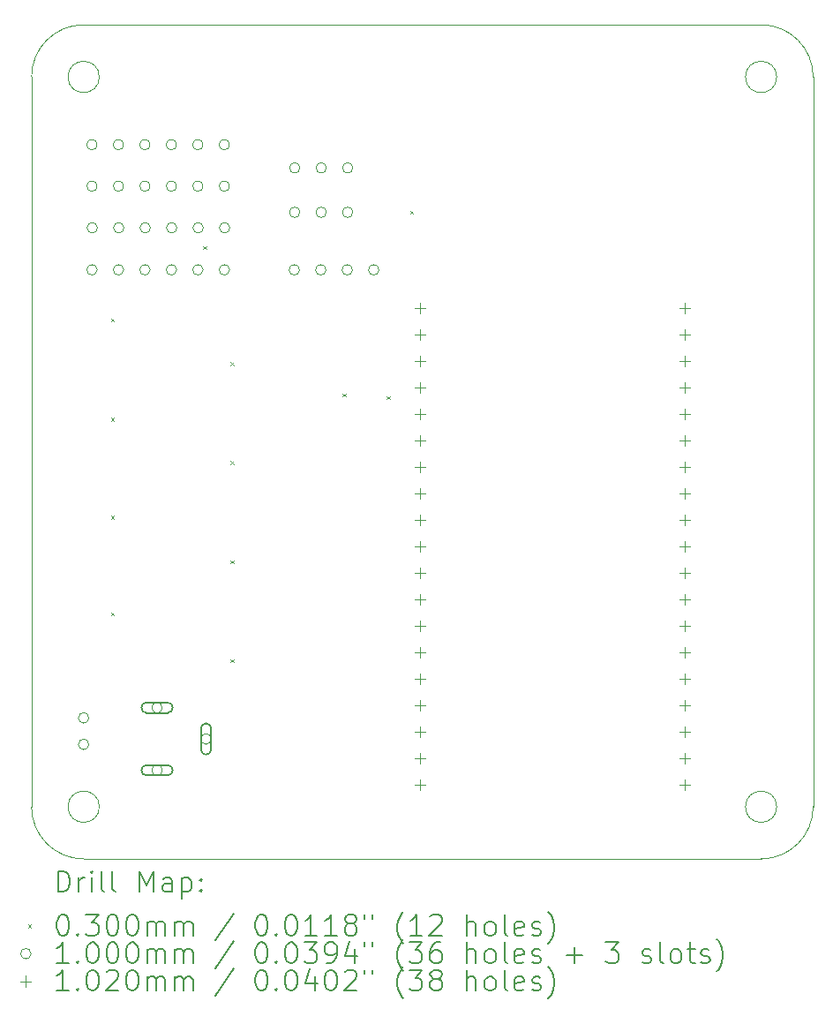
<source format=gbr>
%TF.GenerationSoftware,KiCad,Pcbnew,(6.0.9)*%
%TF.CreationDate,2023-05-03T14:40:23+10:00*%
%TF.ProjectId,Proj D,50726f6a-2044-42e6-9b69-6361645f7063,rev?*%
%TF.SameCoordinates,Original*%
%TF.FileFunction,Drillmap*%
%TF.FilePolarity,Positive*%
%FSLAX45Y45*%
G04 Gerber Fmt 4.5, Leading zero omitted, Abs format (unit mm)*
G04 Created by KiCad (PCBNEW (6.0.9)) date 2023-05-03 14:40:23*
%MOMM*%
%LPD*%
G01*
G04 APERTURE LIST*
%ADD10C,0.100000*%
%ADD11C,0.200000*%
%ADD12C,0.030000*%
%ADD13C,0.102000*%
G04 APERTURE END LIST*
D10*
X17500000Y-14500000D02*
X11000000Y-14500000D01*
X17650000Y-14000000D02*
G75*
G03*
X17650000Y-14000000I-150000J0D01*
G01*
X10500000Y-14000000D02*
G75*
G03*
X11000000Y-14500000I500000J0D01*
G01*
X18000000Y-7000000D02*
G75*
G03*
X17500000Y-6500000I-500000J0D01*
G01*
X11150000Y-7000000D02*
G75*
G03*
X11150000Y-7000000I-150000J0D01*
G01*
X18000000Y-7000000D02*
X18000000Y-14000000D01*
X10500000Y-14000000D02*
X10500000Y-7000000D01*
X17500000Y-14500000D02*
G75*
G03*
X18000000Y-14000000I0J500000D01*
G01*
X17650000Y-7000000D02*
G75*
G03*
X17650000Y-7000000I-150000J0D01*
G01*
X11000000Y-6500000D02*
G75*
G03*
X10500000Y-7000000I0J-500000D01*
G01*
X11150000Y-14000000D02*
G75*
G03*
X11150000Y-14000000I-150000J0D01*
G01*
X11000000Y-6500000D02*
X17500000Y-6500000D01*
D11*
D12*
X11260000Y-9318125D02*
X11290000Y-9348125D01*
X11290000Y-9318125D02*
X11260000Y-9348125D01*
X11260000Y-10268125D02*
X11290000Y-10298125D01*
X11290000Y-10268125D02*
X11260000Y-10298125D01*
X11260000Y-11210000D02*
X11290000Y-11240000D01*
X11290000Y-11210000D02*
X11260000Y-11240000D01*
X11260000Y-12135000D02*
X11290000Y-12165000D01*
X11290000Y-12135000D02*
X11260000Y-12165000D01*
X12148730Y-8621270D02*
X12178730Y-8651270D01*
X12178730Y-8621270D02*
X12148730Y-8651270D01*
X12408770Y-12583770D02*
X12438770Y-12613770D01*
X12438770Y-12583770D02*
X12408770Y-12613770D01*
X12410000Y-9735000D02*
X12440000Y-9765000D01*
X12440000Y-9735000D02*
X12410000Y-9765000D01*
X12410000Y-10685000D02*
X12440000Y-10715000D01*
X12440000Y-10685000D02*
X12410000Y-10715000D01*
X12410000Y-11635000D02*
X12440000Y-11665000D01*
X12440000Y-11635000D02*
X12410000Y-11665000D01*
X13485000Y-10035000D02*
X13515000Y-10065000D01*
X13515000Y-10035000D02*
X13485000Y-10065000D01*
X13910000Y-10060000D02*
X13940000Y-10090000D01*
X13940000Y-10060000D02*
X13910000Y-10090000D01*
X14132500Y-8282500D02*
X14162500Y-8312500D01*
X14162500Y-8282500D02*
X14132500Y-8312500D01*
D10*
X11050000Y-13147500D02*
G75*
G03*
X11050000Y-13147500I-50000J0D01*
G01*
X11050000Y-13401500D02*
G75*
G03*
X11050000Y-13401500I-50000J0D01*
G01*
X11130000Y-7650000D02*
G75*
G03*
X11130000Y-7650000I-50000J0D01*
G01*
X11130000Y-8047500D02*
G75*
G03*
X11130000Y-8047500I-50000J0D01*
G01*
X11130000Y-8850000D02*
G75*
G03*
X11130000Y-8850000I-50000J0D01*
G01*
X11132500Y-8447500D02*
G75*
G03*
X11132500Y-8447500I-50000J0D01*
G01*
X11384000Y-7650000D02*
G75*
G03*
X11384000Y-7650000I-50000J0D01*
G01*
X11384000Y-8047500D02*
G75*
G03*
X11384000Y-8047500I-50000J0D01*
G01*
X11384000Y-8850000D02*
G75*
G03*
X11384000Y-8850000I-50000J0D01*
G01*
X11386500Y-8447500D02*
G75*
G03*
X11386500Y-8447500I-50000J0D01*
G01*
X11638000Y-7650000D02*
G75*
G03*
X11638000Y-7650000I-50000J0D01*
G01*
X11638000Y-8047500D02*
G75*
G03*
X11638000Y-8047500I-50000J0D01*
G01*
X11638000Y-8850000D02*
G75*
G03*
X11638000Y-8850000I-50000J0D01*
G01*
X11640500Y-8447500D02*
G75*
G03*
X11640500Y-8447500I-50000J0D01*
G01*
X11754250Y-13050000D02*
G75*
G03*
X11754250Y-13050000I-50000J0D01*
G01*
D11*
X11604250Y-13100000D02*
X11804250Y-13100000D01*
X11604250Y-13000000D02*
X11804250Y-13000000D01*
X11804250Y-13100000D02*
G75*
G03*
X11804250Y-13000000I0J50000D01*
G01*
X11604250Y-13000000D02*
G75*
G03*
X11604250Y-13100000I0J-50000D01*
G01*
D10*
X11754250Y-13650000D02*
G75*
G03*
X11754250Y-13650000I-50000J0D01*
G01*
D11*
X11604250Y-13700000D02*
X11804250Y-13700000D01*
X11604250Y-13600000D02*
X11804250Y-13600000D01*
X11804250Y-13700000D02*
G75*
G03*
X11804250Y-13600000I0J50000D01*
G01*
X11604250Y-13600000D02*
G75*
G03*
X11604250Y-13700000I0J-50000D01*
G01*
D10*
X11892000Y-7650000D02*
G75*
G03*
X11892000Y-7650000I-50000J0D01*
G01*
X11892000Y-8047500D02*
G75*
G03*
X11892000Y-8047500I-50000J0D01*
G01*
X11892000Y-8850000D02*
G75*
G03*
X11892000Y-8850000I-50000J0D01*
G01*
X11894500Y-8447500D02*
G75*
G03*
X11894500Y-8447500I-50000J0D01*
G01*
X12146000Y-7650000D02*
G75*
G03*
X12146000Y-7650000I-50000J0D01*
G01*
X12146000Y-8047500D02*
G75*
G03*
X12146000Y-8047500I-50000J0D01*
G01*
X12146000Y-8850000D02*
G75*
G03*
X12146000Y-8850000I-50000J0D01*
G01*
X12148500Y-8447500D02*
G75*
G03*
X12148500Y-8447500I-50000J0D01*
G01*
X12224250Y-13350000D02*
G75*
G03*
X12224250Y-13350000I-50000J0D01*
G01*
D11*
X12224250Y-13450000D02*
X12224250Y-13250000D01*
X12124250Y-13450000D02*
X12124250Y-13250000D01*
X12224250Y-13250000D02*
G75*
G03*
X12124250Y-13250000I-50000J0D01*
G01*
X12124250Y-13450000D02*
G75*
G03*
X12224250Y-13450000I50000J0D01*
G01*
D10*
X12400000Y-7650000D02*
G75*
G03*
X12400000Y-7650000I-50000J0D01*
G01*
X12400000Y-8047500D02*
G75*
G03*
X12400000Y-8047500I-50000J0D01*
G01*
X12400000Y-8850000D02*
G75*
G03*
X12400000Y-8850000I-50000J0D01*
G01*
X12402500Y-8447500D02*
G75*
G03*
X12402500Y-8447500I-50000J0D01*
G01*
X13071000Y-8850000D02*
G75*
G03*
X13071000Y-8850000I-50000J0D01*
G01*
X13075000Y-7872500D02*
G75*
G03*
X13075000Y-7872500I-50000J0D01*
G01*
X13075000Y-8297500D02*
G75*
G03*
X13075000Y-8297500I-50000J0D01*
G01*
X13325000Y-8850000D02*
G75*
G03*
X13325000Y-8850000I-50000J0D01*
G01*
X13329000Y-7872500D02*
G75*
G03*
X13329000Y-7872500I-50000J0D01*
G01*
X13329000Y-8297500D02*
G75*
G03*
X13329000Y-8297500I-50000J0D01*
G01*
X13579000Y-8850000D02*
G75*
G03*
X13579000Y-8850000I-50000J0D01*
G01*
X13583000Y-7872500D02*
G75*
G03*
X13583000Y-7872500I-50000J0D01*
G01*
X13583000Y-8297500D02*
G75*
G03*
X13583000Y-8297500I-50000J0D01*
G01*
X13833000Y-8850000D02*
G75*
G03*
X13833000Y-8850000I-50000J0D01*
G01*
D13*
X14230000Y-9164000D02*
X14230000Y-9266000D01*
X14179000Y-9215000D02*
X14281000Y-9215000D01*
X14230000Y-9418000D02*
X14230000Y-9520000D01*
X14179000Y-9469000D02*
X14281000Y-9469000D01*
X14230000Y-9672000D02*
X14230000Y-9774000D01*
X14179000Y-9723000D02*
X14281000Y-9723000D01*
X14230000Y-9926000D02*
X14230000Y-10028000D01*
X14179000Y-9977000D02*
X14281000Y-9977000D01*
X14230000Y-10180000D02*
X14230000Y-10282000D01*
X14179000Y-10231000D02*
X14281000Y-10231000D01*
X14230000Y-10434000D02*
X14230000Y-10536000D01*
X14179000Y-10485000D02*
X14281000Y-10485000D01*
X14230000Y-10688000D02*
X14230000Y-10790000D01*
X14179000Y-10739000D02*
X14281000Y-10739000D01*
X14230000Y-10942000D02*
X14230000Y-11044000D01*
X14179000Y-10993000D02*
X14281000Y-10993000D01*
X14230000Y-11196000D02*
X14230000Y-11298000D01*
X14179000Y-11247000D02*
X14281000Y-11247000D01*
X14230000Y-11450000D02*
X14230000Y-11552000D01*
X14179000Y-11501000D02*
X14281000Y-11501000D01*
X14230000Y-11704000D02*
X14230000Y-11806000D01*
X14179000Y-11755000D02*
X14281000Y-11755000D01*
X14230000Y-11958000D02*
X14230000Y-12060000D01*
X14179000Y-12009000D02*
X14281000Y-12009000D01*
X14230000Y-12212000D02*
X14230000Y-12314000D01*
X14179000Y-12263000D02*
X14281000Y-12263000D01*
X14230000Y-12466000D02*
X14230000Y-12568000D01*
X14179000Y-12517000D02*
X14281000Y-12517000D01*
X14230000Y-12720000D02*
X14230000Y-12822000D01*
X14179000Y-12771000D02*
X14281000Y-12771000D01*
X14230000Y-12974000D02*
X14230000Y-13076000D01*
X14179000Y-13025000D02*
X14281000Y-13025000D01*
X14230000Y-13228000D02*
X14230000Y-13330000D01*
X14179000Y-13279000D02*
X14281000Y-13279000D01*
X14230000Y-13482000D02*
X14230000Y-13584000D01*
X14179000Y-13533000D02*
X14281000Y-13533000D01*
X14230000Y-13736000D02*
X14230000Y-13838000D01*
X14179000Y-13787000D02*
X14281000Y-13787000D01*
X16770000Y-9164000D02*
X16770000Y-9266000D01*
X16719000Y-9215000D02*
X16821000Y-9215000D01*
X16770000Y-9418000D02*
X16770000Y-9520000D01*
X16719000Y-9469000D02*
X16821000Y-9469000D01*
X16770000Y-9672000D02*
X16770000Y-9774000D01*
X16719000Y-9723000D02*
X16821000Y-9723000D01*
X16770000Y-9926000D02*
X16770000Y-10028000D01*
X16719000Y-9977000D02*
X16821000Y-9977000D01*
X16770000Y-10180000D02*
X16770000Y-10282000D01*
X16719000Y-10231000D02*
X16821000Y-10231000D01*
X16770000Y-10434000D02*
X16770000Y-10536000D01*
X16719000Y-10485000D02*
X16821000Y-10485000D01*
X16770000Y-10688000D02*
X16770000Y-10790000D01*
X16719000Y-10739000D02*
X16821000Y-10739000D01*
X16770000Y-10942000D02*
X16770000Y-11044000D01*
X16719000Y-10993000D02*
X16821000Y-10993000D01*
X16770000Y-11196000D02*
X16770000Y-11298000D01*
X16719000Y-11247000D02*
X16821000Y-11247000D01*
X16770000Y-11450000D02*
X16770000Y-11552000D01*
X16719000Y-11501000D02*
X16821000Y-11501000D01*
X16770000Y-11704000D02*
X16770000Y-11806000D01*
X16719000Y-11755000D02*
X16821000Y-11755000D01*
X16770000Y-11958000D02*
X16770000Y-12060000D01*
X16719000Y-12009000D02*
X16821000Y-12009000D01*
X16770000Y-12212000D02*
X16770000Y-12314000D01*
X16719000Y-12263000D02*
X16821000Y-12263000D01*
X16770000Y-12466000D02*
X16770000Y-12568000D01*
X16719000Y-12517000D02*
X16821000Y-12517000D01*
X16770000Y-12720000D02*
X16770000Y-12822000D01*
X16719000Y-12771000D02*
X16821000Y-12771000D01*
X16770000Y-12974000D02*
X16770000Y-13076000D01*
X16719000Y-13025000D02*
X16821000Y-13025000D01*
X16770000Y-13228000D02*
X16770000Y-13330000D01*
X16719000Y-13279000D02*
X16821000Y-13279000D01*
X16770000Y-13482000D02*
X16770000Y-13584000D01*
X16719000Y-13533000D02*
X16821000Y-13533000D01*
X16770000Y-13736000D02*
X16770000Y-13838000D01*
X16719000Y-13787000D02*
X16821000Y-13787000D01*
D11*
X10752619Y-14815476D02*
X10752619Y-14615476D01*
X10800238Y-14615476D01*
X10828810Y-14625000D01*
X10847857Y-14644048D01*
X10857381Y-14663095D01*
X10866905Y-14701190D01*
X10866905Y-14729762D01*
X10857381Y-14767857D01*
X10847857Y-14786905D01*
X10828810Y-14805952D01*
X10800238Y-14815476D01*
X10752619Y-14815476D01*
X10952619Y-14815476D02*
X10952619Y-14682143D01*
X10952619Y-14720238D02*
X10962143Y-14701190D01*
X10971667Y-14691667D01*
X10990714Y-14682143D01*
X11009762Y-14682143D01*
X11076429Y-14815476D02*
X11076429Y-14682143D01*
X11076429Y-14615476D02*
X11066905Y-14625000D01*
X11076429Y-14634524D01*
X11085952Y-14625000D01*
X11076429Y-14615476D01*
X11076429Y-14634524D01*
X11200238Y-14815476D02*
X11181190Y-14805952D01*
X11171667Y-14786905D01*
X11171667Y-14615476D01*
X11305000Y-14815476D02*
X11285952Y-14805952D01*
X11276428Y-14786905D01*
X11276428Y-14615476D01*
X11533571Y-14815476D02*
X11533571Y-14615476D01*
X11600238Y-14758333D01*
X11666905Y-14615476D01*
X11666905Y-14815476D01*
X11847857Y-14815476D02*
X11847857Y-14710714D01*
X11838333Y-14691667D01*
X11819286Y-14682143D01*
X11781190Y-14682143D01*
X11762143Y-14691667D01*
X11847857Y-14805952D02*
X11828809Y-14815476D01*
X11781190Y-14815476D01*
X11762143Y-14805952D01*
X11752619Y-14786905D01*
X11752619Y-14767857D01*
X11762143Y-14748809D01*
X11781190Y-14739286D01*
X11828809Y-14739286D01*
X11847857Y-14729762D01*
X11943095Y-14682143D02*
X11943095Y-14882143D01*
X11943095Y-14691667D02*
X11962143Y-14682143D01*
X12000238Y-14682143D01*
X12019286Y-14691667D01*
X12028809Y-14701190D01*
X12038333Y-14720238D01*
X12038333Y-14777381D01*
X12028809Y-14796428D01*
X12019286Y-14805952D01*
X12000238Y-14815476D01*
X11962143Y-14815476D01*
X11943095Y-14805952D01*
X12124048Y-14796428D02*
X12133571Y-14805952D01*
X12124048Y-14815476D01*
X12114524Y-14805952D01*
X12124048Y-14796428D01*
X12124048Y-14815476D01*
X12124048Y-14691667D02*
X12133571Y-14701190D01*
X12124048Y-14710714D01*
X12114524Y-14701190D01*
X12124048Y-14691667D01*
X12124048Y-14710714D01*
D12*
X10465000Y-15130000D02*
X10495000Y-15160000D01*
X10495000Y-15130000D02*
X10465000Y-15160000D01*
D11*
X10790714Y-15035476D02*
X10809762Y-15035476D01*
X10828810Y-15045000D01*
X10838333Y-15054524D01*
X10847857Y-15073571D01*
X10857381Y-15111667D01*
X10857381Y-15159286D01*
X10847857Y-15197381D01*
X10838333Y-15216428D01*
X10828810Y-15225952D01*
X10809762Y-15235476D01*
X10790714Y-15235476D01*
X10771667Y-15225952D01*
X10762143Y-15216428D01*
X10752619Y-15197381D01*
X10743095Y-15159286D01*
X10743095Y-15111667D01*
X10752619Y-15073571D01*
X10762143Y-15054524D01*
X10771667Y-15045000D01*
X10790714Y-15035476D01*
X10943095Y-15216428D02*
X10952619Y-15225952D01*
X10943095Y-15235476D01*
X10933571Y-15225952D01*
X10943095Y-15216428D01*
X10943095Y-15235476D01*
X11019286Y-15035476D02*
X11143095Y-15035476D01*
X11076429Y-15111667D01*
X11105000Y-15111667D01*
X11124048Y-15121190D01*
X11133571Y-15130714D01*
X11143095Y-15149762D01*
X11143095Y-15197381D01*
X11133571Y-15216428D01*
X11124048Y-15225952D01*
X11105000Y-15235476D01*
X11047857Y-15235476D01*
X11028810Y-15225952D01*
X11019286Y-15216428D01*
X11266905Y-15035476D02*
X11285952Y-15035476D01*
X11305000Y-15045000D01*
X11314524Y-15054524D01*
X11324048Y-15073571D01*
X11333571Y-15111667D01*
X11333571Y-15159286D01*
X11324048Y-15197381D01*
X11314524Y-15216428D01*
X11305000Y-15225952D01*
X11285952Y-15235476D01*
X11266905Y-15235476D01*
X11247857Y-15225952D01*
X11238333Y-15216428D01*
X11228809Y-15197381D01*
X11219286Y-15159286D01*
X11219286Y-15111667D01*
X11228809Y-15073571D01*
X11238333Y-15054524D01*
X11247857Y-15045000D01*
X11266905Y-15035476D01*
X11457381Y-15035476D02*
X11476428Y-15035476D01*
X11495476Y-15045000D01*
X11505000Y-15054524D01*
X11514524Y-15073571D01*
X11524048Y-15111667D01*
X11524048Y-15159286D01*
X11514524Y-15197381D01*
X11505000Y-15216428D01*
X11495476Y-15225952D01*
X11476428Y-15235476D01*
X11457381Y-15235476D01*
X11438333Y-15225952D01*
X11428809Y-15216428D01*
X11419286Y-15197381D01*
X11409762Y-15159286D01*
X11409762Y-15111667D01*
X11419286Y-15073571D01*
X11428809Y-15054524D01*
X11438333Y-15045000D01*
X11457381Y-15035476D01*
X11609762Y-15235476D02*
X11609762Y-15102143D01*
X11609762Y-15121190D02*
X11619286Y-15111667D01*
X11638333Y-15102143D01*
X11666905Y-15102143D01*
X11685952Y-15111667D01*
X11695476Y-15130714D01*
X11695476Y-15235476D01*
X11695476Y-15130714D02*
X11705000Y-15111667D01*
X11724048Y-15102143D01*
X11752619Y-15102143D01*
X11771667Y-15111667D01*
X11781190Y-15130714D01*
X11781190Y-15235476D01*
X11876428Y-15235476D02*
X11876428Y-15102143D01*
X11876428Y-15121190D02*
X11885952Y-15111667D01*
X11905000Y-15102143D01*
X11933571Y-15102143D01*
X11952619Y-15111667D01*
X11962143Y-15130714D01*
X11962143Y-15235476D01*
X11962143Y-15130714D02*
X11971667Y-15111667D01*
X11990714Y-15102143D01*
X12019286Y-15102143D01*
X12038333Y-15111667D01*
X12047857Y-15130714D01*
X12047857Y-15235476D01*
X12438333Y-15025952D02*
X12266905Y-15283095D01*
X12695476Y-15035476D02*
X12714524Y-15035476D01*
X12733571Y-15045000D01*
X12743095Y-15054524D01*
X12752619Y-15073571D01*
X12762143Y-15111667D01*
X12762143Y-15159286D01*
X12752619Y-15197381D01*
X12743095Y-15216428D01*
X12733571Y-15225952D01*
X12714524Y-15235476D01*
X12695476Y-15235476D01*
X12676428Y-15225952D01*
X12666905Y-15216428D01*
X12657381Y-15197381D01*
X12647857Y-15159286D01*
X12647857Y-15111667D01*
X12657381Y-15073571D01*
X12666905Y-15054524D01*
X12676428Y-15045000D01*
X12695476Y-15035476D01*
X12847857Y-15216428D02*
X12857381Y-15225952D01*
X12847857Y-15235476D01*
X12838333Y-15225952D01*
X12847857Y-15216428D01*
X12847857Y-15235476D01*
X12981190Y-15035476D02*
X13000238Y-15035476D01*
X13019286Y-15045000D01*
X13028809Y-15054524D01*
X13038333Y-15073571D01*
X13047857Y-15111667D01*
X13047857Y-15159286D01*
X13038333Y-15197381D01*
X13028809Y-15216428D01*
X13019286Y-15225952D01*
X13000238Y-15235476D01*
X12981190Y-15235476D01*
X12962143Y-15225952D01*
X12952619Y-15216428D01*
X12943095Y-15197381D01*
X12933571Y-15159286D01*
X12933571Y-15111667D01*
X12943095Y-15073571D01*
X12952619Y-15054524D01*
X12962143Y-15045000D01*
X12981190Y-15035476D01*
X13238333Y-15235476D02*
X13124048Y-15235476D01*
X13181190Y-15235476D02*
X13181190Y-15035476D01*
X13162143Y-15064048D01*
X13143095Y-15083095D01*
X13124048Y-15092619D01*
X13428809Y-15235476D02*
X13314524Y-15235476D01*
X13371667Y-15235476D02*
X13371667Y-15035476D01*
X13352619Y-15064048D01*
X13333571Y-15083095D01*
X13314524Y-15092619D01*
X13543095Y-15121190D02*
X13524048Y-15111667D01*
X13514524Y-15102143D01*
X13505000Y-15083095D01*
X13505000Y-15073571D01*
X13514524Y-15054524D01*
X13524048Y-15045000D01*
X13543095Y-15035476D01*
X13581190Y-15035476D01*
X13600238Y-15045000D01*
X13609762Y-15054524D01*
X13619286Y-15073571D01*
X13619286Y-15083095D01*
X13609762Y-15102143D01*
X13600238Y-15111667D01*
X13581190Y-15121190D01*
X13543095Y-15121190D01*
X13524048Y-15130714D01*
X13514524Y-15140238D01*
X13505000Y-15159286D01*
X13505000Y-15197381D01*
X13514524Y-15216428D01*
X13524048Y-15225952D01*
X13543095Y-15235476D01*
X13581190Y-15235476D01*
X13600238Y-15225952D01*
X13609762Y-15216428D01*
X13619286Y-15197381D01*
X13619286Y-15159286D01*
X13609762Y-15140238D01*
X13600238Y-15130714D01*
X13581190Y-15121190D01*
X13695476Y-15035476D02*
X13695476Y-15073571D01*
X13771667Y-15035476D02*
X13771667Y-15073571D01*
X14066905Y-15311667D02*
X14057381Y-15302143D01*
X14038333Y-15273571D01*
X14028809Y-15254524D01*
X14019286Y-15225952D01*
X14009762Y-15178333D01*
X14009762Y-15140238D01*
X14019286Y-15092619D01*
X14028809Y-15064048D01*
X14038333Y-15045000D01*
X14057381Y-15016428D01*
X14066905Y-15006905D01*
X14247857Y-15235476D02*
X14133571Y-15235476D01*
X14190714Y-15235476D02*
X14190714Y-15035476D01*
X14171667Y-15064048D01*
X14152619Y-15083095D01*
X14133571Y-15092619D01*
X14324048Y-15054524D02*
X14333571Y-15045000D01*
X14352619Y-15035476D01*
X14400238Y-15035476D01*
X14419286Y-15045000D01*
X14428809Y-15054524D01*
X14438333Y-15073571D01*
X14438333Y-15092619D01*
X14428809Y-15121190D01*
X14314524Y-15235476D01*
X14438333Y-15235476D01*
X14676428Y-15235476D02*
X14676428Y-15035476D01*
X14762143Y-15235476D02*
X14762143Y-15130714D01*
X14752619Y-15111667D01*
X14733571Y-15102143D01*
X14705000Y-15102143D01*
X14685952Y-15111667D01*
X14676428Y-15121190D01*
X14885952Y-15235476D02*
X14866905Y-15225952D01*
X14857381Y-15216428D01*
X14847857Y-15197381D01*
X14847857Y-15140238D01*
X14857381Y-15121190D01*
X14866905Y-15111667D01*
X14885952Y-15102143D01*
X14914524Y-15102143D01*
X14933571Y-15111667D01*
X14943095Y-15121190D01*
X14952619Y-15140238D01*
X14952619Y-15197381D01*
X14943095Y-15216428D01*
X14933571Y-15225952D01*
X14914524Y-15235476D01*
X14885952Y-15235476D01*
X15066905Y-15235476D02*
X15047857Y-15225952D01*
X15038333Y-15206905D01*
X15038333Y-15035476D01*
X15219286Y-15225952D02*
X15200238Y-15235476D01*
X15162143Y-15235476D01*
X15143095Y-15225952D01*
X15133571Y-15206905D01*
X15133571Y-15130714D01*
X15143095Y-15111667D01*
X15162143Y-15102143D01*
X15200238Y-15102143D01*
X15219286Y-15111667D01*
X15228809Y-15130714D01*
X15228809Y-15149762D01*
X15133571Y-15168809D01*
X15305000Y-15225952D02*
X15324048Y-15235476D01*
X15362143Y-15235476D01*
X15381190Y-15225952D01*
X15390714Y-15206905D01*
X15390714Y-15197381D01*
X15381190Y-15178333D01*
X15362143Y-15168809D01*
X15333571Y-15168809D01*
X15314524Y-15159286D01*
X15305000Y-15140238D01*
X15305000Y-15130714D01*
X15314524Y-15111667D01*
X15333571Y-15102143D01*
X15362143Y-15102143D01*
X15381190Y-15111667D01*
X15457381Y-15311667D02*
X15466905Y-15302143D01*
X15485952Y-15273571D01*
X15495476Y-15254524D01*
X15505000Y-15225952D01*
X15514524Y-15178333D01*
X15514524Y-15140238D01*
X15505000Y-15092619D01*
X15495476Y-15064048D01*
X15485952Y-15045000D01*
X15466905Y-15016428D01*
X15457381Y-15006905D01*
D10*
X10495000Y-15409000D02*
G75*
G03*
X10495000Y-15409000I-50000J0D01*
G01*
D11*
X10857381Y-15499476D02*
X10743095Y-15499476D01*
X10800238Y-15499476D02*
X10800238Y-15299476D01*
X10781190Y-15328048D01*
X10762143Y-15347095D01*
X10743095Y-15356619D01*
X10943095Y-15480428D02*
X10952619Y-15489952D01*
X10943095Y-15499476D01*
X10933571Y-15489952D01*
X10943095Y-15480428D01*
X10943095Y-15499476D01*
X11076429Y-15299476D02*
X11095476Y-15299476D01*
X11114524Y-15309000D01*
X11124048Y-15318524D01*
X11133571Y-15337571D01*
X11143095Y-15375667D01*
X11143095Y-15423286D01*
X11133571Y-15461381D01*
X11124048Y-15480428D01*
X11114524Y-15489952D01*
X11095476Y-15499476D01*
X11076429Y-15499476D01*
X11057381Y-15489952D01*
X11047857Y-15480428D01*
X11038333Y-15461381D01*
X11028810Y-15423286D01*
X11028810Y-15375667D01*
X11038333Y-15337571D01*
X11047857Y-15318524D01*
X11057381Y-15309000D01*
X11076429Y-15299476D01*
X11266905Y-15299476D02*
X11285952Y-15299476D01*
X11305000Y-15309000D01*
X11314524Y-15318524D01*
X11324048Y-15337571D01*
X11333571Y-15375667D01*
X11333571Y-15423286D01*
X11324048Y-15461381D01*
X11314524Y-15480428D01*
X11305000Y-15489952D01*
X11285952Y-15499476D01*
X11266905Y-15499476D01*
X11247857Y-15489952D01*
X11238333Y-15480428D01*
X11228809Y-15461381D01*
X11219286Y-15423286D01*
X11219286Y-15375667D01*
X11228809Y-15337571D01*
X11238333Y-15318524D01*
X11247857Y-15309000D01*
X11266905Y-15299476D01*
X11457381Y-15299476D02*
X11476428Y-15299476D01*
X11495476Y-15309000D01*
X11505000Y-15318524D01*
X11514524Y-15337571D01*
X11524048Y-15375667D01*
X11524048Y-15423286D01*
X11514524Y-15461381D01*
X11505000Y-15480428D01*
X11495476Y-15489952D01*
X11476428Y-15499476D01*
X11457381Y-15499476D01*
X11438333Y-15489952D01*
X11428809Y-15480428D01*
X11419286Y-15461381D01*
X11409762Y-15423286D01*
X11409762Y-15375667D01*
X11419286Y-15337571D01*
X11428809Y-15318524D01*
X11438333Y-15309000D01*
X11457381Y-15299476D01*
X11609762Y-15499476D02*
X11609762Y-15366143D01*
X11609762Y-15385190D02*
X11619286Y-15375667D01*
X11638333Y-15366143D01*
X11666905Y-15366143D01*
X11685952Y-15375667D01*
X11695476Y-15394714D01*
X11695476Y-15499476D01*
X11695476Y-15394714D02*
X11705000Y-15375667D01*
X11724048Y-15366143D01*
X11752619Y-15366143D01*
X11771667Y-15375667D01*
X11781190Y-15394714D01*
X11781190Y-15499476D01*
X11876428Y-15499476D02*
X11876428Y-15366143D01*
X11876428Y-15385190D02*
X11885952Y-15375667D01*
X11905000Y-15366143D01*
X11933571Y-15366143D01*
X11952619Y-15375667D01*
X11962143Y-15394714D01*
X11962143Y-15499476D01*
X11962143Y-15394714D02*
X11971667Y-15375667D01*
X11990714Y-15366143D01*
X12019286Y-15366143D01*
X12038333Y-15375667D01*
X12047857Y-15394714D01*
X12047857Y-15499476D01*
X12438333Y-15289952D02*
X12266905Y-15547095D01*
X12695476Y-15299476D02*
X12714524Y-15299476D01*
X12733571Y-15309000D01*
X12743095Y-15318524D01*
X12752619Y-15337571D01*
X12762143Y-15375667D01*
X12762143Y-15423286D01*
X12752619Y-15461381D01*
X12743095Y-15480428D01*
X12733571Y-15489952D01*
X12714524Y-15499476D01*
X12695476Y-15499476D01*
X12676428Y-15489952D01*
X12666905Y-15480428D01*
X12657381Y-15461381D01*
X12647857Y-15423286D01*
X12647857Y-15375667D01*
X12657381Y-15337571D01*
X12666905Y-15318524D01*
X12676428Y-15309000D01*
X12695476Y-15299476D01*
X12847857Y-15480428D02*
X12857381Y-15489952D01*
X12847857Y-15499476D01*
X12838333Y-15489952D01*
X12847857Y-15480428D01*
X12847857Y-15499476D01*
X12981190Y-15299476D02*
X13000238Y-15299476D01*
X13019286Y-15309000D01*
X13028809Y-15318524D01*
X13038333Y-15337571D01*
X13047857Y-15375667D01*
X13047857Y-15423286D01*
X13038333Y-15461381D01*
X13028809Y-15480428D01*
X13019286Y-15489952D01*
X13000238Y-15499476D01*
X12981190Y-15499476D01*
X12962143Y-15489952D01*
X12952619Y-15480428D01*
X12943095Y-15461381D01*
X12933571Y-15423286D01*
X12933571Y-15375667D01*
X12943095Y-15337571D01*
X12952619Y-15318524D01*
X12962143Y-15309000D01*
X12981190Y-15299476D01*
X13114524Y-15299476D02*
X13238333Y-15299476D01*
X13171667Y-15375667D01*
X13200238Y-15375667D01*
X13219286Y-15385190D01*
X13228809Y-15394714D01*
X13238333Y-15413762D01*
X13238333Y-15461381D01*
X13228809Y-15480428D01*
X13219286Y-15489952D01*
X13200238Y-15499476D01*
X13143095Y-15499476D01*
X13124048Y-15489952D01*
X13114524Y-15480428D01*
X13333571Y-15499476D02*
X13371667Y-15499476D01*
X13390714Y-15489952D01*
X13400238Y-15480428D01*
X13419286Y-15451857D01*
X13428809Y-15413762D01*
X13428809Y-15337571D01*
X13419286Y-15318524D01*
X13409762Y-15309000D01*
X13390714Y-15299476D01*
X13352619Y-15299476D01*
X13333571Y-15309000D01*
X13324048Y-15318524D01*
X13314524Y-15337571D01*
X13314524Y-15385190D01*
X13324048Y-15404238D01*
X13333571Y-15413762D01*
X13352619Y-15423286D01*
X13390714Y-15423286D01*
X13409762Y-15413762D01*
X13419286Y-15404238D01*
X13428809Y-15385190D01*
X13600238Y-15366143D02*
X13600238Y-15499476D01*
X13552619Y-15289952D02*
X13505000Y-15432809D01*
X13628809Y-15432809D01*
X13695476Y-15299476D02*
X13695476Y-15337571D01*
X13771667Y-15299476D02*
X13771667Y-15337571D01*
X14066905Y-15575667D02*
X14057381Y-15566143D01*
X14038333Y-15537571D01*
X14028809Y-15518524D01*
X14019286Y-15489952D01*
X14009762Y-15442333D01*
X14009762Y-15404238D01*
X14019286Y-15356619D01*
X14028809Y-15328048D01*
X14038333Y-15309000D01*
X14057381Y-15280428D01*
X14066905Y-15270905D01*
X14124048Y-15299476D02*
X14247857Y-15299476D01*
X14181190Y-15375667D01*
X14209762Y-15375667D01*
X14228809Y-15385190D01*
X14238333Y-15394714D01*
X14247857Y-15413762D01*
X14247857Y-15461381D01*
X14238333Y-15480428D01*
X14228809Y-15489952D01*
X14209762Y-15499476D01*
X14152619Y-15499476D01*
X14133571Y-15489952D01*
X14124048Y-15480428D01*
X14419286Y-15299476D02*
X14381190Y-15299476D01*
X14362143Y-15309000D01*
X14352619Y-15318524D01*
X14333571Y-15347095D01*
X14324048Y-15385190D01*
X14324048Y-15461381D01*
X14333571Y-15480428D01*
X14343095Y-15489952D01*
X14362143Y-15499476D01*
X14400238Y-15499476D01*
X14419286Y-15489952D01*
X14428809Y-15480428D01*
X14438333Y-15461381D01*
X14438333Y-15413762D01*
X14428809Y-15394714D01*
X14419286Y-15385190D01*
X14400238Y-15375667D01*
X14362143Y-15375667D01*
X14343095Y-15385190D01*
X14333571Y-15394714D01*
X14324048Y-15413762D01*
X14676428Y-15499476D02*
X14676428Y-15299476D01*
X14762143Y-15499476D02*
X14762143Y-15394714D01*
X14752619Y-15375667D01*
X14733571Y-15366143D01*
X14705000Y-15366143D01*
X14685952Y-15375667D01*
X14676428Y-15385190D01*
X14885952Y-15499476D02*
X14866905Y-15489952D01*
X14857381Y-15480428D01*
X14847857Y-15461381D01*
X14847857Y-15404238D01*
X14857381Y-15385190D01*
X14866905Y-15375667D01*
X14885952Y-15366143D01*
X14914524Y-15366143D01*
X14933571Y-15375667D01*
X14943095Y-15385190D01*
X14952619Y-15404238D01*
X14952619Y-15461381D01*
X14943095Y-15480428D01*
X14933571Y-15489952D01*
X14914524Y-15499476D01*
X14885952Y-15499476D01*
X15066905Y-15499476D02*
X15047857Y-15489952D01*
X15038333Y-15470905D01*
X15038333Y-15299476D01*
X15219286Y-15489952D02*
X15200238Y-15499476D01*
X15162143Y-15499476D01*
X15143095Y-15489952D01*
X15133571Y-15470905D01*
X15133571Y-15394714D01*
X15143095Y-15375667D01*
X15162143Y-15366143D01*
X15200238Y-15366143D01*
X15219286Y-15375667D01*
X15228809Y-15394714D01*
X15228809Y-15413762D01*
X15133571Y-15432809D01*
X15305000Y-15489952D02*
X15324048Y-15499476D01*
X15362143Y-15499476D01*
X15381190Y-15489952D01*
X15390714Y-15470905D01*
X15390714Y-15461381D01*
X15381190Y-15442333D01*
X15362143Y-15432809D01*
X15333571Y-15432809D01*
X15314524Y-15423286D01*
X15305000Y-15404238D01*
X15305000Y-15394714D01*
X15314524Y-15375667D01*
X15333571Y-15366143D01*
X15362143Y-15366143D01*
X15381190Y-15375667D01*
X15628809Y-15423286D02*
X15781190Y-15423286D01*
X15705000Y-15499476D02*
X15705000Y-15347095D01*
X16009762Y-15299476D02*
X16133571Y-15299476D01*
X16066905Y-15375667D01*
X16095476Y-15375667D01*
X16114524Y-15385190D01*
X16124048Y-15394714D01*
X16133571Y-15413762D01*
X16133571Y-15461381D01*
X16124048Y-15480428D01*
X16114524Y-15489952D01*
X16095476Y-15499476D01*
X16038333Y-15499476D01*
X16019286Y-15489952D01*
X16009762Y-15480428D01*
X16362143Y-15489952D02*
X16381190Y-15499476D01*
X16419286Y-15499476D01*
X16438333Y-15489952D01*
X16447857Y-15470905D01*
X16447857Y-15461381D01*
X16438333Y-15442333D01*
X16419286Y-15432809D01*
X16390714Y-15432809D01*
X16371667Y-15423286D01*
X16362143Y-15404238D01*
X16362143Y-15394714D01*
X16371667Y-15375667D01*
X16390714Y-15366143D01*
X16419286Y-15366143D01*
X16438333Y-15375667D01*
X16562143Y-15499476D02*
X16543095Y-15489952D01*
X16533571Y-15470905D01*
X16533571Y-15299476D01*
X16666905Y-15499476D02*
X16647857Y-15489952D01*
X16638333Y-15480428D01*
X16628809Y-15461381D01*
X16628809Y-15404238D01*
X16638333Y-15385190D01*
X16647857Y-15375667D01*
X16666905Y-15366143D01*
X16695476Y-15366143D01*
X16714524Y-15375667D01*
X16724048Y-15385190D01*
X16733571Y-15404238D01*
X16733571Y-15461381D01*
X16724048Y-15480428D01*
X16714524Y-15489952D01*
X16695476Y-15499476D01*
X16666905Y-15499476D01*
X16790714Y-15366143D02*
X16866905Y-15366143D01*
X16819286Y-15299476D02*
X16819286Y-15470905D01*
X16828810Y-15489952D01*
X16847857Y-15499476D01*
X16866905Y-15499476D01*
X16924048Y-15489952D02*
X16943095Y-15499476D01*
X16981190Y-15499476D01*
X17000238Y-15489952D01*
X17009762Y-15470905D01*
X17009762Y-15461381D01*
X17000238Y-15442333D01*
X16981190Y-15432809D01*
X16952619Y-15432809D01*
X16933571Y-15423286D01*
X16924048Y-15404238D01*
X16924048Y-15394714D01*
X16933571Y-15375667D01*
X16952619Y-15366143D01*
X16981190Y-15366143D01*
X17000238Y-15375667D01*
X17076429Y-15575667D02*
X17085952Y-15566143D01*
X17105000Y-15537571D01*
X17114524Y-15518524D01*
X17124048Y-15489952D01*
X17133571Y-15442333D01*
X17133571Y-15404238D01*
X17124048Y-15356619D01*
X17114524Y-15328048D01*
X17105000Y-15309000D01*
X17085952Y-15280428D01*
X17076429Y-15270905D01*
D13*
X10444000Y-15622000D02*
X10444000Y-15724000D01*
X10393000Y-15673000D02*
X10495000Y-15673000D01*
D11*
X10857381Y-15763476D02*
X10743095Y-15763476D01*
X10800238Y-15763476D02*
X10800238Y-15563476D01*
X10781190Y-15592048D01*
X10762143Y-15611095D01*
X10743095Y-15620619D01*
X10943095Y-15744428D02*
X10952619Y-15753952D01*
X10943095Y-15763476D01*
X10933571Y-15753952D01*
X10943095Y-15744428D01*
X10943095Y-15763476D01*
X11076429Y-15563476D02*
X11095476Y-15563476D01*
X11114524Y-15573000D01*
X11124048Y-15582524D01*
X11133571Y-15601571D01*
X11143095Y-15639667D01*
X11143095Y-15687286D01*
X11133571Y-15725381D01*
X11124048Y-15744428D01*
X11114524Y-15753952D01*
X11095476Y-15763476D01*
X11076429Y-15763476D01*
X11057381Y-15753952D01*
X11047857Y-15744428D01*
X11038333Y-15725381D01*
X11028810Y-15687286D01*
X11028810Y-15639667D01*
X11038333Y-15601571D01*
X11047857Y-15582524D01*
X11057381Y-15573000D01*
X11076429Y-15563476D01*
X11219286Y-15582524D02*
X11228809Y-15573000D01*
X11247857Y-15563476D01*
X11295476Y-15563476D01*
X11314524Y-15573000D01*
X11324048Y-15582524D01*
X11333571Y-15601571D01*
X11333571Y-15620619D01*
X11324048Y-15649190D01*
X11209762Y-15763476D01*
X11333571Y-15763476D01*
X11457381Y-15563476D02*
X11476428Y-15563476D01*
X11495476Y-15573000D01*
X11505000Y-15582524D01*
X11514524Y-15601571D01*
X11524048Y-15639667D01*
X11524048Y-15687286D01*
X11514524Y-15725381D01*
X11505000Y-15744428D01*
X11495476Y-15753952D01*
X11476428Y-15763476D01*
X11457381Y-15763476D01*
X11438333Y-15753952D01*
X11428809Y-15744428D01*
X11419286Y-15725381D01*
X11409762Y-15687286D01*
X11409762Y-15639667D01*
X11419286Y-15601571D01*
X11428809Y-15582524D01*
X11438333Y-15573000D01*
X11457381Y-15563476D01*
X11609762Y-15763476D02*
X11609762Y-15630143D01*
X11609762Y-15649190D02*
X11619286Y-15639667D01*
X11638333Y-15630143D01*
X11666905Y-15630143D01*
X11685952Y-15639667D01*
X11695476Y-15658714D01*
X11695476Y-15763476D01*
X11695476Y-15658714D02*
X11705000Y-15639667D01*
X11724048Y-15630143D01*
X11752619Y-15630143D01*
X11771667Y-15639667D01*
X11781190Y-15658714D01*
X11781190Y-15763476D01*
X11876428Y-15763476D02*
X11876428Y-15630143D01*
X11876428Y-15649190D02*
X11885952Y-15639667D01*
X11905000Y-15630143D01*
X11933571Y-15630143D01*
X11952619Y-15639667D01*
X11962143Y-15658714D01*
X11962143Y-15763476D01*
X11962143Y-15658714D02*
X11971667Y-15639667D01*
X11990714Y-15630143D01*
X12019286Y-15630143D01*
X12038333Y-15639667D01*
X12047857Y-15658714D01*
X12047857Y-15763476D01*
X12438333Y-15553952D02*
X12266905Y-15811095D01*
X12695476Y-15563476D02*
X12714524Y-15563476D01*
X12733571Y-15573000D01*
X12743095Y-15582524D01*
X12752619Y-15601571D01*
X12762143Y-15639667D01*
X12762143Y-15687286D01*
X12752619Y-15725381D01*
X12743095Y-15744428D01*
X12733571Y-15753952D01*
X12714524Y-15763476D01*
X12695476Y-15763476D01*
X12676428Y-15753952D01*
X12666905Y-15744428D01*
X12657381Y-15725381D01*
X12647857Y-15687286D01*
X12647857Y-15639667D01*
X12657381Y-15601571D01*
X12666905Y-15582524D01*
X12676428Y-15573000D01*
X12695476Y-15563476D01*
X12847857Y-15744428D02*
X12857381Y-15753952D01*
X12847857Y-15763476D01*
X12838333Y-15753952D01*
X12847857Y-15744428D01*
X12847857Y-15763476D01*
X12981190Y-15563476D02*
X13000238Y-15563476D01*
X13019286Y-15573000D01*
X13028809Y-15582524D01*
X13038333Y-15601571D01*
X13047857Y-15639667D01*
X13047857Y-15687286D01*
X13038333Y-15725381D01*
X13028809Y-15744428D01*
X13019286Y-15753952D01*
X13000238Y-15763476D01*
X12981190Y-15763476D01*
X12962143Y-15753952D01*
X12952619Y-15744428D01*
X12943095Y-15725381D01*
X12933571Y-15687286D01*
X12933571Y-15639667D01*
X12943095Y-15601571D01*
X12952619Y-15582524D01*
X12962143Y-15573000D01*
X12981190Y-15563476D01*
X13219286Y-15630143D02*
X13219286Y-15763476D01*
X13171667Y-15553952D02*
X13124048Y-15696809D01*
X13247857Y-15696809D01*
X13362143Y-15563476D02*
X13381190Y-15563476D01*
X13400238Y-15573000D01*
X13409762Y-15582524D01*
X13419286Y-15601571D01*
X13428809Y-15639667D01*
X13428809Y-15687286D01*
X13419286Y-15725381D01*
X13409762Y-15744428D01*
X13400238Y-15753952D01*
X13381190Y-15763476D01*
X13362143Y-15763476D01*
X13343095Y-15753952D01*
X13333571Y-15744428D01*
X13324048Y-15725381D01*
X13314524Y-15687286D01*
X13314524Y-15639667D01*
X13324048Y-15601571D01*
X13333571Y-15582524D01*
X13343095Y-15573000D01*
X13362143Y-15563476D01*
X13505000Y-15582524D02*
X13514524Y-15573000D01*
X13533571Y-15563476D01*
X13581190Y-15563476D01*
X13600238Y-15573000D01*
X13609762Y-15582524D01*
X13619286Y-15601571D01*
X13619286Y-15620619D01*
X13609762Y-15649190D01*
X13495476Y-15763476D01*
X13619286Y-15763476D01*
X13695476Y-15563476D02*
X13695476Y-15601571D01*
X13771667Y-15563476D02*
X13771667Y-15601571D01*
X14066905Y-15839667D02*
X14057381Y-15830143D01*
X14038333Y-15801571D01*
X14028809Y-15782524D01*
X14019286Y-15753952D01*
X14009762Y-15706333D01*
X14009762Y-15668238D01*
X14019286Y-15620619D01*
X14028809Y-15592048D01*
X14038333Y-15573000D01*
X14057381Y-15544428D01*
X14066905Y-15534905D01*
X14124048Y-15563476D02*
X14247857Y-15563476D01*
X14181190Y-15639667D01*
X14209762Y-15639667D01*
X14228809Y-15649190D01*
X14238333Y-15658714D01*
X14247857Y-15677762D01*
X14247857Y-15725381D01*
X14238333Y-15744428D01*
X14228809Y-15753952D01*
X14209762Y-15763476D01*
X14152619Y-15763476D01*
X14133571Y-15753952D01*
X14124048Y-15744428D01*
X14362143Y-15649190D02*
X14343095Y-15639667D01*
X14333571Y-15630143D01*
X14324048Y-15611095D01*
X14324048Y-15601571D01*
X14333571Y-15582524D01*
X14343095Y-15573000D01*
X14362143Y-15563476D01*
X14400238Y-15563476D01*
X14419286Y-15573000D01*
X14428809Y-15582524D01*
X14438333Y-15601571D01*
X14438333Y-15611095D01*
X14428809Y-15630143D01*
X14419286Y-15639667D01*
X14400238Y-15649190D01*
X14362143Y-15649190D01*
X14343095Y-15658714D01*
X14333571Y-15668238D01*
X14324048Y-15687286D01*
X14324048Y-15725381D01*
X14333571Y-15744428D01*
X14343095Y-15753952D01*
X14362143Y-15763476D01*
X14400238Y-15763476D01*
X14419286Y-15753952D01*
X14428809Y-15744428D01*
X14438333Y-15725381D01*
X14438333Y-15687286D01*
X14428809Y-15668238D01*
X14419286Y-15658714D01*
X14400238Y-15649190D01*
X14676428Y-15763476D02*
X14676428Y-15563476D01*
X14762143Y-15763476D02*
X14762143Y-15658714D01*
X14752619Y-15639667D01*
X14733571Y-15630143D01*
X14705000Y-15630143D01*
X14685952Y-15639667D01*
X14676428Y-15649190D01*
X14885952Y-15763476D02*
X14866905Y-15753952D01*
X14857381Y-15744428D01*
X14847857Y-15725381D01*
X14847857Y-15668238D01*
X14857381Y-15649190D01*
X14866905Y-15639667D01*
X14885952Y-15630143D01*
X14914524Y-15630143D01*
X14933571Y-15639667D01*
X14943095Y-15649190D01*
X14952619Y-15668238D01*
X14952619Y-15725381D01*
X14943095Y-15744428D01*
X14933571Y-15753952D01*
X14914524Y-15763476D01*
X14885952Y-15763476D01*
X15066905Y-15763476D02*
X15047857Y-15753952D01*
X15038333Y-15734905D01*
X15038333Y-15563476D01*
X15219286Y-15753952D02*
X15200238Y-15763476D01*
X15162143Y-15763476D01*
X15143095Y-15753952D01*
X15133571Y-15734905D01*
X15133571Y-15658714D01*
X15143095Y-15639667D01*
X15162143Y-15630143D01*
X15200238Y-15630143D01*
X15219286Y-15639667D01*
X15228809Y-15658714D01*
X15228809Y-15677762D01*
X15133571Y-15696809D01*
X15305000Y-15753952D02*
X15324048Y-15763476D01*
X15362143Y-15763476D01*
X15381190Y-15753952D01*
X15390714Y-15734905D01*
X15390714Y-15725381D01*
X15381190Y-15706333D01*
X15362143Y-15696809D01*
X15333571Y-15696809D01*
X15314524Y-15687286D01*
X15305000Y-15668238D01*
X15305000Y-15658714D01*
X15314524Y-15639667D01*
X15333571Y-15630143D01*
X15362143Y-15630143D01*
X15381190Y-15639667D01*
X15457381Y-15839667D02*
X15466905Y-15830143D01*
X15485952Y-15801571D01*
X15495476Y-15782524D01*
X15505000Y-15753952D01*
X15514524Y-15706333D01*
X15514524Y-15668238D01*
X15505000Y-15620619D01*
X15495476Y-15592048D01*
X15485952Y-15573000D01*
X15466905Y-15544428D01*
X15457381Y-15534905D01*
M02*

</source>
